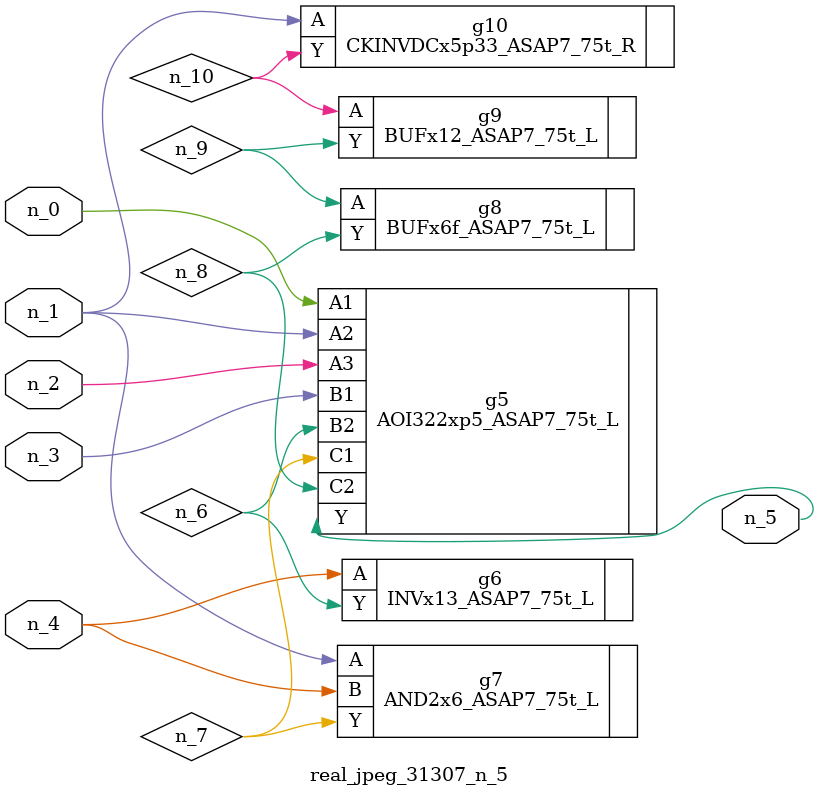
<source format=v>
module real_jpeg_31307_n_5 (n_4, n_0, n_1, n_2, n_3, n_5);

input n_4;
input n_0;
input n_1;
input n_2;
input n_3;

output n_5;

wire n_8;
wire n_6;
wire n_7;
wire n_10;
wire n_9;

AOI322xp5_ASAP7_75t_L g5 ( 
.A1(n_0),
.A2(n_1),
.A3(n_2),
.B1(n_3),
.B2(n_6),
.C1(n_7),
.C2(n_8),
.Y(n_5)
);

AND2x6_ASAP7_75t_L g7 ( 
.A(n_1),
.B(n_4),
.Y(n_7)
);

CKINVDCx5p33_ASAP7_75t_R g10 ( 
.A(n_1),
.Y(n_10)
);

INVx13_ASAP7_75t_L g6 ( 
.A(n_4),
.Y(n_6)
);

BUFx6f_ASAP7_75t_L g8 ( 
.A(n_9),
.Y(n_8)
);

BUFx12_ASAP7_75t_L g9 ( 
.A(n_10),
.Y(n_9)
);


endmodule
</source>
